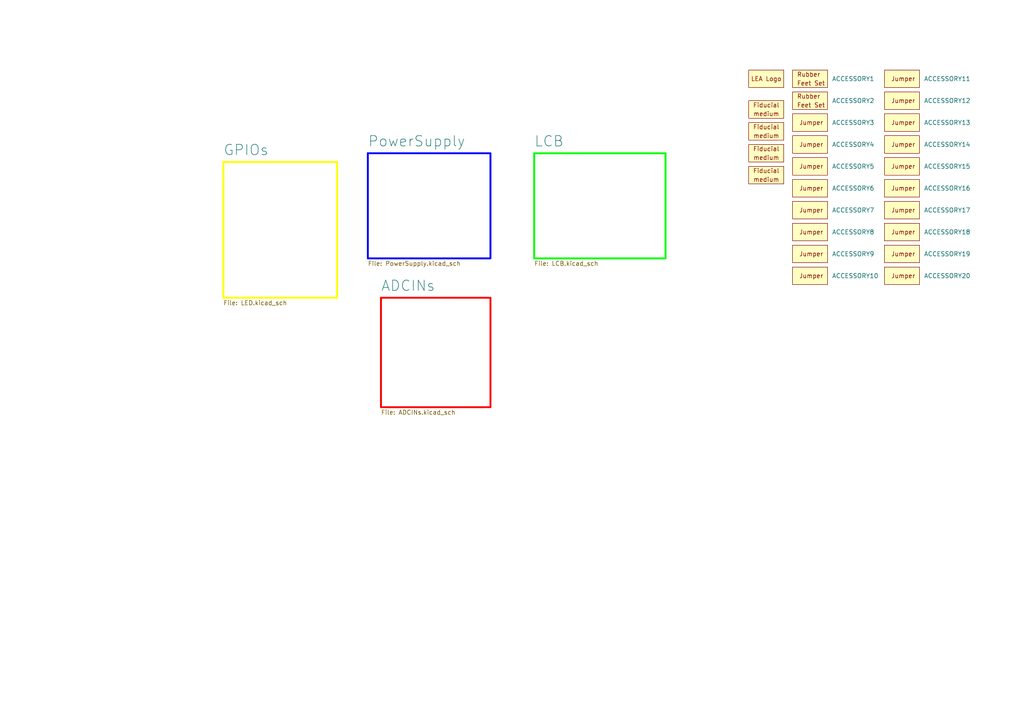
<source format=kicad_sch>
(kicad_sch (version 20230121) (generator eeschema)
  (paper "A4")
  (title_block (title "LCB-CTB-01: Test Board") (rev "1.0.0") (company "PADERBORN UNIVERSITY DEPARTMENT OF POWER ELECTRONICS AND ELECTRICAL DRIVES"))
  (lib_symbols
    (symbol "LEA_SymbolLibrary:ACCESSORY_jumper" (on_board no)
      (property "Reference" "ACCESSORY" (at 0 3.81 0))
      (symbol "ACCESSORY_jumper_0_0"
        (text "Jumper" (at -3.175 0 0) (effects (font (size 1.27 1.27)) (justify left)))
      )
      (symbol "ACCESSORY_jumper_0_1"
        (rectangle (start -5.08 2.54) (end 5.08 -2.54) (fill (type background)))
      )
    )
    (symbol "LEA_SymbolLibrary:ACCESSORY_rubber_feet" (on_board no)
      (property "Reference" "ACCESSORY" (at 0 3.81 0))
      (symbol "ACCESSORY_rubber_feet_0_0"
        (text "Feet Set" (at -3.81 -1.27 0) (effects (font (size 1.27 1.27)) (justify left)))
        (text "Rubber " (at -3.81 1.27 0) (effects (font (size 1.27 1.27)) (justify left)))
      )
      (symbol "ACCESSORY_rubber_feet_0_1"
        (rectangle (start -5.08 2.54) (end 5.08 -2.54) (fill (type background)))
      )
    )
    (symbol "LEA_SymbolLibrary:Fiducial_medium" (pin_numbers hide) (pin_names hide) (in_bom no)
      (symbol "Fiducial_medium_0_0"
        (text "Fiducial" (at 0 1.27 0) (effects (font (size 1.27 1.27))))
        (text "medium" (at 0 -1.27 0) (effects (font (size 1.27 1.27))))
      )
      (symbol "Fiducial_medium_0_1"
        (rectangle (start -5.08 2.54) (end 5.08 -2.54) (fill (type background)))
      )
    )
    (symbol "LEA_SymbolLibrary:SYM_LEA_Logo" (in_bom no)
      (symbol "SYM_LEA_Logo_0_0"
        (text "LEA Logo" (at 0 0 0) (effects (font (size 1.27 1.27))))
      )
      (symbol "SYM_LEA_Logo_0_1"
        (rectangle (start -5.08 2.54) (end 5.08 -2.54) (fill (type background)))
      )
    )
  )
  (symbol (lib_id "LEA_SymbolLibrary:Fiducial_medium") (at 222.25 50.8 0) (unit 1) (in_bom no)
    (property "Reference" "O5" (effects hide))
    (property "Value" "Fiducial_medium" (effects hide))
    (property "Footprint" "LEA_FootprintLibrary:Fiducials_medium" (effects hide))
    (property "Sim.Enable" "0" (effects hide))
  )
  (symbol (lib_id "LEA_SymbolLibrary:ACCESSORY_jumper") (at 261.62 80.01 0) (unit 1) (on_board no)
    (property "Reference" "ACCESSORY20" (at 267.97 80.0099 0) (effects (justify left)))
    (property "Value" "ACCESSORY_jumper" (effects hide))
    (property "mouser#" "571-8815451" (effects hide))
    (property "manf#" "881545-1" (effects hide))
    (property "Manufacturer" "TE Connectivity" (effects hide))
  )
  (symbol (lib_id "LEA_SymbolLibrary:ACCESSORY_jumper") (at 234.95 60.96 0) (unit 1) (on_board no)
    (property "Reference" "ACCESSORY7" (at 241.3 60.9599 0) (effects (justify left)))
    (property "Value" "ACCESSORY_jumper" (effects hide))
    (property "mouser#" "571-8815451" (effects hide))
    (property "manf#" "881545-1" (effects hide))
    (property "Manufacturer" "TE Connectivity" (effects hide))
  )
  (symbol (lib_id "LEA_SymbolLibrary:ACCESSORY_rubber_feet") (at 234.95 29.21 0) (unit 1) (on_board no)
    (property "Reference" "ACCESSORY2" (at 241.3 29.2099 0) (effects (justify left)))
    (property "Value" "ACCESSORY_rubber_feet" (effects hide))
    (property "mouser#" "485-550 " (effects hide))
    (property "manf#" "550" (effects hide))
    (property "Manufacturer" "Adafruit" (effects hide))
  )
  (symbol (lib_id "LEA_SymbolLibrary:ACCESSORY_jumper") (at 234.95 35.56 0) (unit 1) (on_board no)
    (property "Reference" "ACCESSORY3" (at 241.3 35.5599 0) (effects (justify left)))
    (property "Value" "ACCESSORY_jumper" (effects hide))
    (property "mouser#" "571-8815451" (effects hide))
    (property "manf#" "881545-1" (effects hide))
    (property "Manufacturer" "TE Connectivity" (effects hide))
  )
  (symbol (lib_id "LEA_SymbolLibrary:ACCESSORY_jumper") (at 261.62 60.96 0) (unit 1) (on_board no)
    (property "Reference" "ACCESSORY17" (at 267.97 60.9599 0) (effects (justify left)))
    (property "Value" "ACCESSORY_jumper" (effects hide))
    (property "mouser#" "571-8815451" (effects hide))
    (property "manf#" "881545-1" (effects hide))
    (property "Manufacturer" "TE Connectivity" (effects hide))
  )
  (symbol (lib_id "LEA_SymbolLibrary:Fiducial_medium") (at 222.25 31.75 0) (unit 1) (in_bom no)
    (property "Reference" "O2" (effects hide))
    (property "Value" "Fiducial_medium" (effects hide))
    (property "Footprint" "LEA_FootprintLibrary:Fiducials_medium" (effects hide))
    (property "Sim.Enable" "0" (effects hide))
  )
  (symbol (lib_id "LEA_SymbolLibrary:Fiducial_medium") (at 222.25 38.1 0) (unit 1) (in_bom no)
    (property "Reference" "O3" (effects hide))
    (property "Value" "Fiducial_medium" (effects hide))
    (property "Footprint" "LEA_FootprintLibrary:Fiducials_medium" (effects hide))
    (property "Sim.Enable" "0" (effects hide))
  )
  (symbol (lib_id "LEA_SymbolLibrary:ACCESSORY_jumper") (at 234.95 54.61 0) (unit 1) (on_board no)
    (property "Reference" "ACCESSORY6" (at 241.3 54.6099 0) (effects (justify left)))
    (property "Value" "ACCESSORY_jumper" (effects hide))
    (property "mouser#" "571-8815451" (effects hide))
    (property "manf#" "881545-1" (effects hide))
    (property "Manufacturer" "TE Connectivity" (effects hide))
  )
  (symbol (lib_id "LEA_SymbolLibrary:ACCESSORY_jumper") (at 261.62 35.56 0) (unit 1) (on_board no)
    (property "Reference" "ACCESSORY13" (at 267.97 35.5599 0) (effects (justify left)))
    (property "Value" "ACCESSORY_jumper" (effects hide))
    (property "mouser#" "571-8815451" (effects hide))
    (property "manf#" "881545-1" (effects hide))
    (property "Manufacturer" "TE Connectivity" (effects hide))
  )
  (symbol (lib_id "LEA_SymbolLibrary:ACCESSORY_jumper") (at 234.95 73.66 0) (unit 1) (on_board no)
    (property "Reference" "ACCESSORY9" (at 241.3 73.6599 0) (effects (justify left)))
    (property "Value" "ACCESSORY_jumper" (effects hide))
    (property "mouser#" "571-8815451" (effects hide))
    (property "manf#" "881545-1" (effects hide))
    (property "Manufacturer" "TE Connectivity" (effects hide))
  )
  (symbol (lib_id "LEA_SymbolLibrary:ACCESSORY_jumper") (at 261.62 48.26 0) (unit 1) (on_board no)
    (property "Reference" "ACCESSORY15" (at 267.97 48.2599 0) (effects (justify left)))
    (property "Value" "ACCESSORY_jumper" (effects hide))
    (property "mouser#" "571-8815451" (effects hide))
    (property "manf#" "881545-1" (effects hide))
    (property "Manufacturer" "TE Connectivity" (effects hide))
  )
  (symbol (lib_id "LEA_SymbolLibrary:ACCESSORY_jumper") (at 261.62 29.21 0) (unit 1) (on_board no)
    (property "Reference" "ACCESSORY12" (at 267.97 29.2099 0) (effects (justify left)))
    (property "Value" "ACCESSORY_jumper" (effects hide))
    (property "mouser#" "571-8815451" (effects hide))
    (property "manf#" "881545-1" (effects hide))
    (property "Manufacturer" "TE Connectivity" (effects hide))
  )
  (symbol (lib_id "LEA_SymbolLibrary:ACCESSORY_jumper") (at 234.95 67.31 0) (unit 1) (on_board no)
    (property "Reference" "ACCESSORY8" (at 241.3 67.3099 0) (effects (justify left)))
    (property "Value" "ACCESSORY_jumper" (effects hide))
    (property "mouser#" "571-8815451" (effects hide))
    (property "manf#" "881545-1" (effects hide))
    (property "Manufacturer" "TE Connectivity" (effects hide))
  )
  (symbol (lib_id "LEA_SymbolLibrary:ACCESSORY_jumper") (at 261.62 41.91 0) (unit 1) (on_board no)
    (property "Reference" "ACCESSORY14" (at 267.97 41.9099 0) (effects (justify left)))
    (property "Value" "ACCESSORY_jumper" (effects hide))
    (property "mouser#" "571-8815451" (effects hide))
    (property "manf#" "881545-1" (effects hide))
    (property "Manufacturer" "TE Connectivity" (effects hide))
  )
  (symbol (lib_id "LEA_SymbolLibrary:ACCESSORY_jumper") (at 234.95 41.91 0) (unit 1) (on_board no)
    (property "Reference" "ACCESSORY4" (at 241.3 41.9099 0) (effects (justify left)))
    (property "Value" "ACCESSORY_jumper" (effects hide))
    (property "mouser#" "571-8815451" (effects hide))
    (property "manf#" "881545-1" (effects hide))
    (property "Manufacturer" "TE Connectivity" (effects hide))
  )
  (symbol (lib_id "LEA_SymbolLibrary:ACCESSORY_jumper") (at 234.95 80.01 0) (unit 1) (on_board no)
    (property "Reference" "ACCESSORY10" (at 241.3 80.0099 0) (effects (justify left)))
    (property "Value" "ACCESSORY_jumper" (effects hide))
    (property "mouser#" "571-8815451" (effects hide))
    (property "manf#" "881545-1" (effects hide))
    (property "Manufacturer" "TE Connectivity" (effects hide))
  )
  (symbol (lib_id "LEA_SymbolLibrary:ACCESSORY_jumper") (at 261.62 67.31 0) (unit 1) (on_board no)
    (property "Reference" "ACCESSORY18" (at 267.97 67.3099 0) (effects (justify left)))
    (property "Value" "ACCESSORY_jumper" (effects hide))
    (property "mouser#" "571-8815451" (effects hide))
    (property "manf#" "881545-1" (effects hide))
    (property "Manufacturer" "TE Connectivity" (effects hide))
  )
  (symbol (lib_id "LEA_SymbolLibrary:ACCESSORY_jumper") (at 261.62 73.66 0) (unit 1) (on_board no)
    (property "Reference" "ACCESSORY19" (at 267.97 73.6599 0) (effects (justify left)))
    (property "Value" "ACCESSORY_jumper" (effects hide))
    (property "mouser#" "571-8815451" (effects hide))
    (property "manf#" "881545-1" (effects hide))
    (property "Manufacturer" "TE Connectivity" (effects hide))
  )
  (symbol (lib_id "LEA_SymbolLibrary:Fiducial_medium") (at 222.25 44.45 0) (unit 1) (in_bom no)
    (property "Reference" "O4" (effects hide))
    (property "Value" "Fiducial_medium" (effects hide))
    (property "Footprint" "LEA_FootprintLibrary:Fiducials_medium" (effects hide))
    (property "Sim.Enable" "0" (effects hide))
  )
  (symbol (lib_id "LEA_SymbolLibrary:SYM_LEA_Logo") (at 222.25 22.86 0) (unit 1) (in_bom no)
    (property "Reference" "O1" (effects hide))
    (property "Value" "SYM_LEA_Logo" (effects hide))
    (property "Footprint" "LEA_FootprintLibrary:SYM_lea_logo" (effects hide))
    (property "Sim.Enable" "0" (effects hide))
  )
  (symbol (lib_id "LEA_SymbolLibrary:ACCESSORY_jumper") (at 261.62 22.86 0) (unit 1) (on_board no)
    (property "Reference" "ACCESSORY11" (at 267.97 22.8599 0) (effects (justify left)))
    (property "Value" "ACCESSORY_jumper" (effects hide))
    (property "mouser#" "571-8815451" (effects hide))
    (property "manf#" "881545-1" (effects hide))
    (property "Manufacturer" "TE Connectivity" (effects hide))
  )
  (symbol (lib_id "LEA_SymbolLibrary:ACCESSORY_jumper") (at 261.62 54.61 0) (unit 1) (on_board no)
    (property "Reference" "ACCESSORY16" (at 267.97 54.6099 0) (effects (justify left)))
    (property "Value" "ACCESSORY_jumper" (effects hide))
    (property "mouser#" "571-8815451" (effects hide))
    (property "manf#" "881545-1" (effects hide))
    (property "Manufacturer" "TE Connectivity" (effects hide))
  )
  (symbol (lib_id "LEA_SymbolLibrary:ACCESSORY_jumper") (at 234.95 48.26 0) (unit 1) (on_board no)
    (property "Reference" "ACCESSORY5" (at 241.3 48.2599 0) (effects (justify left)))
    (property "Value" "ACCESSORY_jumper" (effects hide))
    (property "mouser#" "571-8815451" (effects hide))
    (property "manf#" "881545-1" (effects hide))
    (property "Manufacturer" "TE Connectivity" (effects hide))
  )
  (symbol (lib_id "LEA_SymbolLibrary:ACCESSORY_rubber_feet") (at 234.95 22.86 0) (unit 1) (on_board no)
    (property "Reference" "ACCESSORY1" (at 241.3 22.8599 0) (effects (justify left)))
    (property "Value" "ACCESSORY_rubber_feet" (effects hide))
    (property "mouser#" "485-550 " (effects hide))
    (property "manf#" "550" (effects hide))
    (property "Manufacturer" "Adafruit" (effects hide))
  )
  (sheet (at 64.77 46.99) (size 33.02 39.37) (stroke (width 0.5) (color 255 255 0 1))
    (property "Sheetname" "GPIOs" (at 64.77 45.2396 0) (effects (font (size 3 3)) (justify left bottom)))
    (property "Sheetfile" "LED.kicad_sch" (at 64.77 87.1184 0) (effects (justify left top)))
  )
  (sheet (at 110.49 86.36) (size 31.75 31.75) (stroke (width 0.5) (color 255 0 0 1))
    (property "Sheetname" "ADCINs" (at 110.49 84.6096 0) (effects (font (size 3 3)) (justify left bottom)))
    (property "Sheetfile" "ADCINs.kicad_sch" (at 110.49 118.8684 0) (effects (justify left top)))
  )
  (sheet (at 106.68 44.45) (size 35.56 30.48) (stroke (width 0.5) (color 0 0 255 1))
    (property "Sheetname" "PowerSupply" (at 106.68 42.6996 0) (effects (font (size 3 3)) (justify left bottom)))
    (property "Sheetfile" "PowerSupply.kicad_sch" (at 106.68 75.6884 0) (effects (justify left top)))
  )
  (sheet (at 154.94 44.45) (size 38.1 30.48) (stroke (width 0.5) (color 0 255 0 1))
    (property "Sheetname" "LCB" (at 154.94 42.6996 0) (effects (font (size 3 3)) (justify left bottom)))
    (property "Sheetfile" "LCB.kicad_sch" (at 154.94 75.6884 0) (effects (justify left top)))
  )
)
</source>
